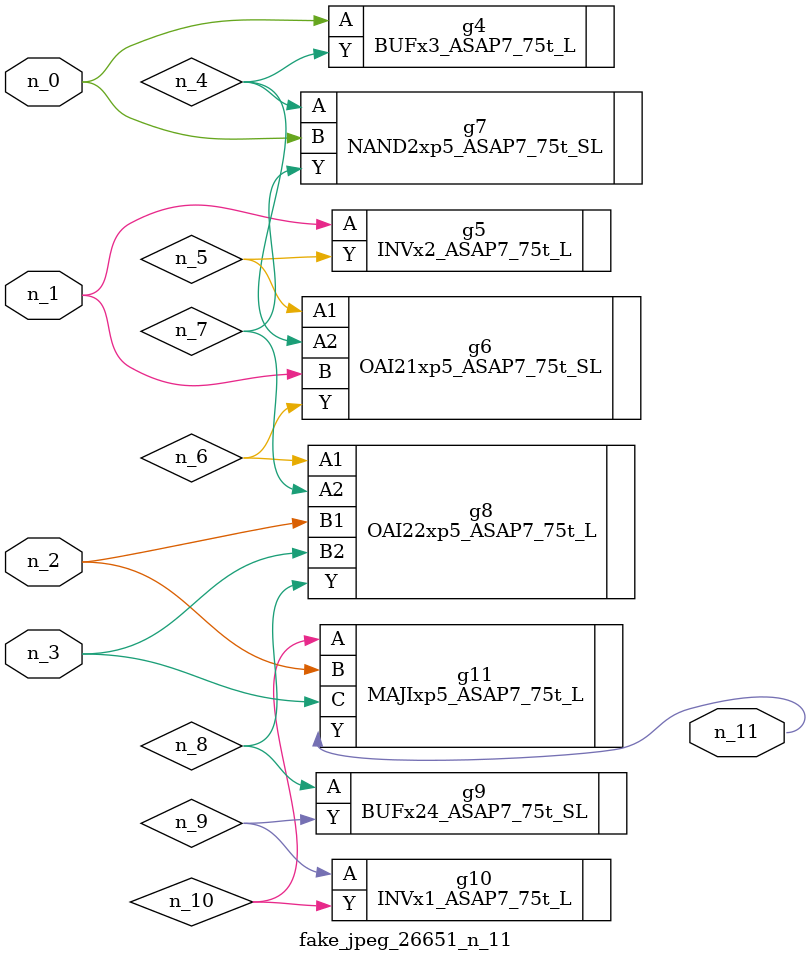
<source format=v>
module fake_jpeg_26651_n_11 (n_0, n_3, n_2, n_1, n_11);

input n_0;
input n_3;
input n_2;
input n_1;

output n_11;

wire n_10;
wire n_4;
wire n_8;
wire n_9;
wire n_6;
wire n_5;
wire n_7;

BUFx3_ASAP7_75t_L g4 ( 
.A(n_0),
.Y(n_4)
);

INVx2_ASAP7_75t_L g5 ( 
.A(n_1),
.Y(n_5)
);

OAI21xp5_ASAP7_75t_SL g6 ( 
.A1(n_5),
.A2(n_4),
.B(n_1),
.Y(n_6)
);

OAI22xp5_ASAP7_75t_L g8 ( 
.A1(n_6),
.A2(n_7),
.B1(n_2),
.B2(n_3),
.Y(n_8)
);

NAND2xp5_ASAP7_75t_SL g7 ( 
.A(n_4),
.B(n_0),
.Y(n_7)
);

BUFx24_ASAP7_75t_SL g9 ( 
.A(n_8),
.Y(n_9)
);

INVx1_ASAP7_75t_L g10 ( 
.A(n_9),
.Y(n_10)
);

MAJIxp5_ASAP7_75t_L g11 ( 
.A(n_10),
.B(n_2),
.C(n_3),
.Y(n_11)
);


endmodule
</source>
